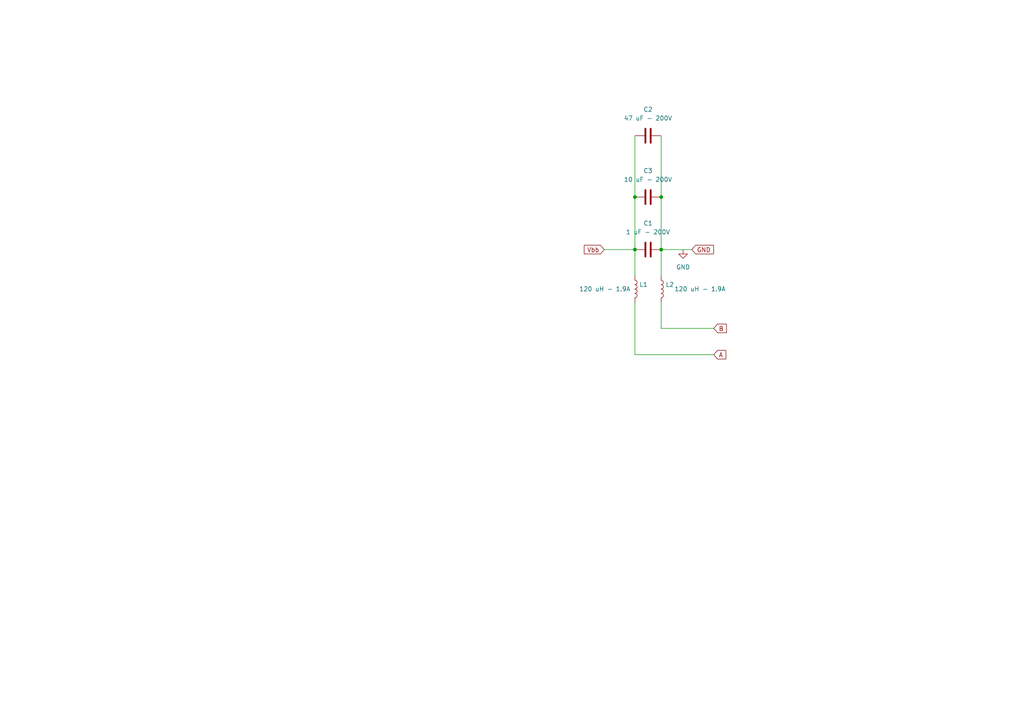
<source format=kicad_sch>
(kicad_sch (version 20211123) (generator eeschema)
  (paper "A4")
  (lib_symbols
    (symbol "Device:C" (pin_numbers hide) (pin_names (offset 0.254))
      (property "Reference" "C" (at 0.635 2.54 0))
      (property "Value" "C" (at 0.635 -2.54 0))
      (symbol "C_0_1"
        (polyline (pts (xy -2.032 -0.762) (xy 2.032 -0.762)) (stroke (width 0.508)))
        (polyline (pts (xy -2.032 0.762) (xy 2.032 0.762)) (stroke (width 0.508)))
      )
      (symbol "C_1_1"
        (pin passive line (at 0 3.81 270) (length 2.794) (name "~") (number "1"))
        (pin passive line (at 0 -3.81 90) (length 2.794) (name "~") (number "2"))
      )
    )
    (symbol "Device:L" (pin_numbers hide) (pin_names (offset 1.016) hide)
      (property "Reference" "L" (at -1.27 0 90))
      (property "Value" "L" (at 1.905 0 90))
      (symbol "L_0_1"
        (arc (start 0 -2.54) (mid 0.635 -1.905) (end 0 -1.27))
        (arc (start 0 -1.27) (mid 0.635 -0.635) (end 0 0))
        (arc (start 0 0) (mid 0.635 0.635) (end 0 1.27))
        (arc (start 0 1.27) (mid 0.635 1.905) (end 0 2.54))
      )
      (symbol "L_1_1"
        (pin passive line (at 0 3.81 270) (length 1.27) (name "1") (number "1"))
        (pin passive line (at 0 -3.81 90) (length 1.27) (name "2") (number "2"))
      )
    )
    (symbol "power:GND" (power) (pin_names (offset 0))
      (property "Value" "GND" (at 0 -3.81 0))
      (symbol "GND_0_1"
        (polyline (pts (xy 0 0) (xy 0 -1.27) (xy 1.27 -1.27) (xy 0 -2.54) (xy -1.27 -1.27) (xy 0 -1.27)))
      )
      (symbol "GND_1_1"
        (pin power_in line (at 0 0 270) (length 0) hide (name "GND") (number "1"))
      )
    )
  )
  (junction (at 191.77 72.39))
  (junction (at 184.15 57.15))
  (junction (at 191.77 57.15))
  (junction (at 184.15 72.39))
  (wire (pts (xy 184.15 72.39) (xy 184.15 80.01)))
  (wire (pts (xy 191.77 39.37) (xy 191.77 57.15)))
  (wire (pts (xy 184.15 102.87) (xy 184.15 87.63)))
  (wire (pts (xy 207.01 102.87) (xy 184.15 102.87)))
  (wire (pts (xy 184.15 39.37) (xy 184.15 57.15)))
  (wire (pts (xy 191.77 57.15) (xy 191.77 72.39)))
  (wire (pts (xy 191.77 95.25) (xy 207.01 95.25)))
  (wire (pts (xy 191.77 87.63) (xy 191.77 95.25)))
  (wire (pts (xy 175.26 72.39) (xy 184.15 72.39)))
  (wire (pts (xy 191.77 72.39) (xy 200.66 72.39)))
  (wire (pts (xy 191.77 72.39) (xy 191.77 80.01)))
  (wire (pts (xy 184.15 57.15) (xy 184.15 72.39)))
  (global_label "B" (shape input) (at 207.01 95.25 0) (property "Intersheet References" "${INTERSHEET_REFS}" (effects hide)))
  (global_label "GND" (shape input) (at 200.66 72.39 0) (property "Intersheet References" "${INTERSHEET_REFS}" (effects hide)))
  (global_label "A" (shape input) (at 207.01 102.87 0) (property "Intersheet References" "${INTERSHEET_REFS}" (effects hide)))
  (global_label "Vbb" (shape input) (at 175.26 72.39 180) (property "Intersheet References" "${INTERSHEET_REFS}" (effects hide)))
  (symbol (lib_id "Device:C") (at 187.96 39.37 90) (unit 1)
    (property "Reference" "C2" (at 187.96 31.75 90))
    (property "Value" "47 uF - 200V" (at 187.96 34.29 90))
    (property "Footprint" "Capacitor_THT:CP_Radial_D10.0mm_P5.00mm" (effects hide))
    (property "Comment" "https://www.digikey.ca/en/products/detail/rubycon/200PX47MEFC10X20/3134145" (effects hide))
  )
  (symbol (lib_id "Device:C") (at 187.96 72.39 90) (unit 1)
    (property "Reference" "C1" (at 187.96 64.77 90))
    (property "Value" "1 uF - 200V" (at 187.96 67.31 90))
    (property "Footprint" "Capacitor_SMD:C_1812_4532Metric" (effects hide))
    (property "Comment" "https://www.digikey.ca/en/products/detail/kyocera-avx/18122C105JAT2A/11245017" (effects hide))
  )
  (symbol (lib_id "power:GND") (at 198.12 72.39 0) (unit 1)
    (property "Reference" "#PWR?" (effects hide))
    (property "Value" "GND" (at 198.12 77.47 0))
  )
  (symbol (lib_id "Device:L") (at 184.15 83.82 0) (unit 1)
    (property "Reference" "L1" (at 185.42 82.5499 0) (effects (justify left)))
    (property "Value" "120 uH - 1.9A" (at 182.88 83.82 0) (effects (justify right)))
    (property "Footprint" "Library:INDPM120120X805N" (effects hide))
    (property "Datasheet" "https://www.mouser.ca/ProductDetail/Coilcraft/MSS1278-124KLD?qs=zCSbvcPd3pamrG5NctO%252BzQ%3D%3D" (effects hide))
  )
  (symbol (lib_id "Device:L") (at 191.77 83.82 0) (unit 1)
    (property "Reference" "L2" (at 193.04 82.5499 0) (effects (justify left)))
    (property "Value" "120 uH - 1.9A" (at 195.58 83.82 0) (effects (justify left)))
    (property "Footprint" "Library:INDPM120120X805N" (effects hide))
    (property "Datasheet" "https://www.mouser.ca/ProductDetail/Coilcraft/MSS1278-124KLD?qs=zCSbvcPd3pamrG5NctO%252BzQ%3D%3D" (effects hide))
  )
  (symbol (lib_id "Device:C") (at 187.96 57.15 90) (unit 1)
    (property "Reference" "C3" (at 187.96 49.53 90))
    (property "Value" "10 uF - 200V" (at 187.96 52.07 90))
    (property "Footprint" "Capacitor_THT:CP_Radial_D8.0mm_P3.50mm" (effects hide))
    (property "Comment" "https://www.digikey.ca/en/products/detail/kemet/ESL106M200AG9AA/7427054" (effects hide))
  )
)
</source>
